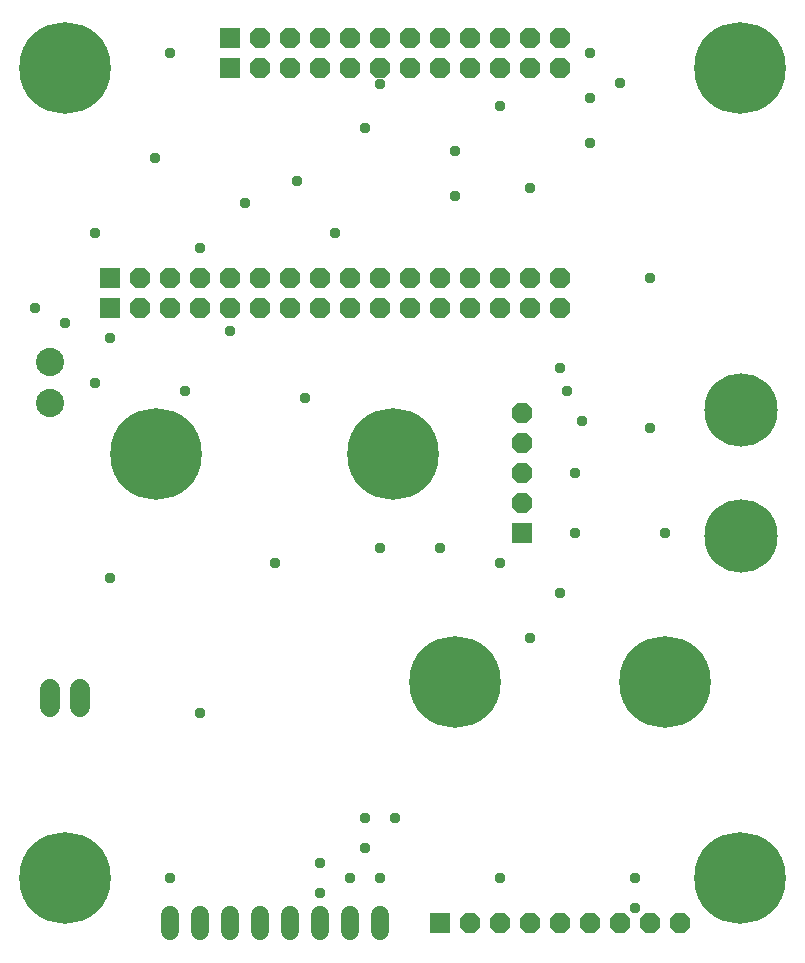
<source format=gbr>
G04 EAGLE Gerber RS-274X export*
G75*
%MOMM*%
%FSLAX34Y34*%
%LPD*%
%INSoldermask Bottom*%
%IPPOS*%
%AMOC8*
5,1,8,0,0,1.08239X$1,22.5*%
G01*
G04 Define Apertures*
%ADD10R,1.727200X1.727200*%
%ADD11P,1.8695X8X22.5*%
%ADD12C,2.387600*%
%ADD13P,1.8695X8X112.5*%
%ADD14C,1.524000*%
%ADD15C,2.903200*%
%ADD16C,7.753200*%
%ADD17C,1.727200*%
%ADD18C,2.403200*%
%ADD19C,6.203200*%
%ADD20C,0.959600*%
D10*
X101600Y546100D03*
D11*
X127000Y546100D03*
X152400Y546100D03*
X177800Y546100D03*
X203200Y546100D03*
X228600Y546100D03*
X254000Y546100D03*
X279400Y546100D03*
X304800Y546100D03*
X330200Y546100D03*
X355600Y546100D03*
X381000Y546100D03*
X406400Y546100D03*
X431800Y546100D03*
X457200Y546100D03*
X482600Y546100D03*
D10*
X203200Y749300D03*
D11*
X228600Y749300D03*
X254000Y749300D03*
X279400Y749300D03*
X304800Y749300D03*
X330200Y749300D03*
X355600Y749300D03*
X381000Y749300D03*
X406400Y749300D03*
X431800Y749300D03*
X457200Y749300D03*
X482600Y749300D03*
D10*
X101600Y571500D03*
D11*
X127000Y571500D03*
X152400Y571500D03*
X177800Y571500D03*
X203200Y571500D03*
X228600Y571500D03*
X254000Y571500D03*
X279400Y571500D03*
X304800Y571500D03*
X330200Y571500D03*
X355600Y571500D03*
X381000Y571500D03*
X406400Y571500D03*
X431800Y571500D03*
X457200Y571500D03*
X482600Y571500D03*
D10*
X203200Y774700D03*
D11*
X228600Y774700D03*
X254000Y774700D03*
X279400Y774700D03*
X304800Y774700D03*
X330200Y774700D03*
X355600Y774700D03*
X381000Y774700D03*
X406400Y774700D03*
X431800Y774700D03*
X457200Y774700D03*
X482600Y774700D03*
D12*
X50782Y500600D03*
X50782Y465600D03*
D10*
X450850Y355600D03*
D13*
X450850Y381000D03*
X450850Y406400D03*
X450850Y431800D03*
X450850Y457200D03*
D14*
X152400Y32004D02*
X152400Y18796D01*
X177800Y18796D02*
X177800Y32004D01*
X203200Y32004D02*
X203200Y18796D01*
X228600Y18796D02*
X228600Y32004D01*
X254000Y32004D02*
X254000Y18796D01*
X279400Y18796D02*
X279400Y32004D01*
X304800Y32004D02*
X304800Y18796D01*
X330200Y18796D02*
X330200Y32004D01*
D10*
X381000Y25400D03*
D11*
X406400Y25400D03*
X431800Y25400D03*
X457200Y25400D03*
X482600Y25400D03*
X508000Y25400D03*
X533400Y25400D03*
X558800Y25400D03*
X584200Y25400D03*
D15*
X140970Y422910D03*
D16*
X140970Y422910D03*
D15*
X341630Y422910D03*
D16*
X341630Y422910D03*
D15*
X571500Y229870D03*
D16*
X571500Y229870D03*
D15*
X393700Y229870D03*
D16*
X393700Y229870D03*
D17*
X50800Y223520D02*
X50800Y208280D01*
X76200Y208280D02*
X76200Y223520D01*
D18*
X636270Y353060D03*
D19*
X636270Y353060D03*
D18*
X636270Y459740D03*
D19*
X636270Y459740D03*
D15*
X635000Y63500D03*
D16*
X635000Y63500D03*
D15*
X63500Y63500D03*
D16*
X63500Y63500D03*
D15*
X63500Y749300D03*
D16*
X63500Y749300D03*
D15*
X635000Y749300D03*
D16*
X635000Y749300D03*
D20*
X139700Y673100D03*
X260350Y654050D03*
X215900Y635000D03*
X292100Y609600D03*
X393700Y641350D03*
X317500Y698500D03*
X533400Y736600D03*
X558800Y571500D03*
X558800Y444500D03*
X431800Y330200D03*
X266700Y469900D03*
X101600Y317500D03*
X88900Y482600D03*
X101600Y520700D03*
X63500Y533400D03*
X38100Y546100D03*
X88900Y609600D03*
X152400Y762000D03*
X508000Y762000D03*
X457200Y647700D03*
X431800Y63500D03*
X546100Y63500D03*
X279400Y50800D03*
X152400Y63500D03*
X177800Y203200D03*
X241300Y330200D03*
X203200Y527050D03*
X165100Y476250D03*
X546234Y38234D03*
X177800Y596900D03*
X393700Y679450D03*
X330200Y736374D03*
X431800Y717550D03*
X501424Y450850D03*
X279400Y76200D03*
X317500Y114300D03*
X342900Y114300D03*
X317500Y88900D03*
X488950Y476250D03*
X482600Y495300D03*
X482600Y304800D03*
X457200Y266700D03*
X330200Y342900D03*
X381000Y342900D03*
X508000Y685800D03*
X330200Y63500D03*
X508000Y723900D03*
X304800Y63500D03*
X495300Y355600D03*
X571500Y355600D03*
X495300Y406400D03*
M02*

</source>
